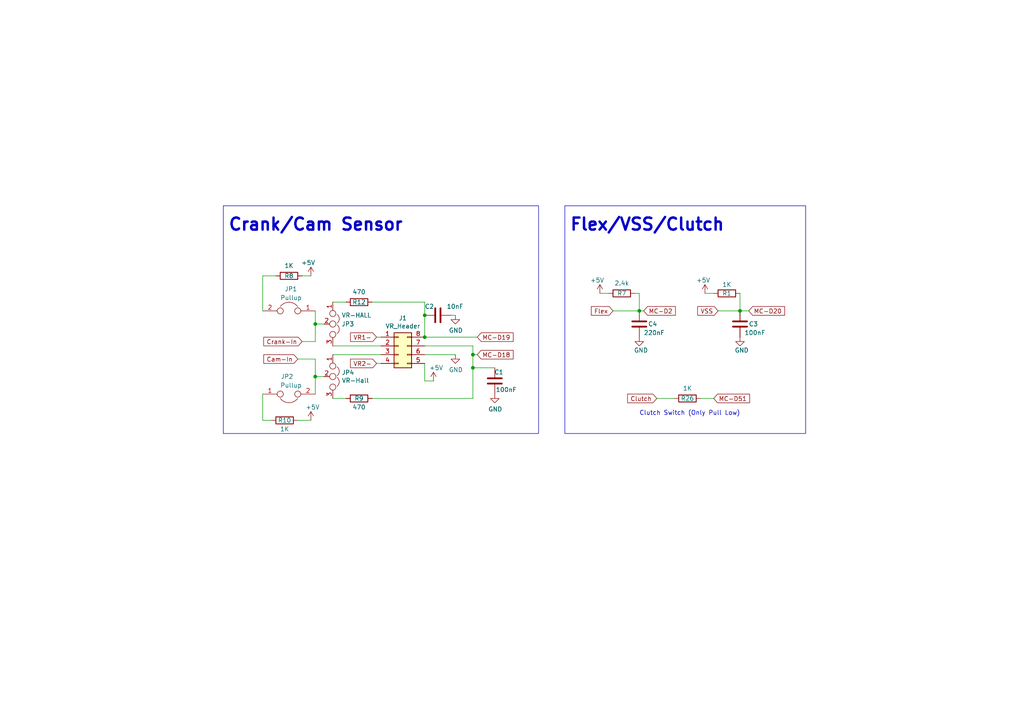
<source format=kicad_sch>
(kicad_sch (version 20231120) (generator "eeschema") (generator_version "8.0")
  (paper "A4")
  (title_block (title "Pre-Ignition X2") (date "2023-06-15") (rev "B") (company "DetonationEMS"))
  (lib_symbols
    (symbol "Connector_Generic:Conn_02x04_Counter_Clockwise" (pin_names (offset 1.016) hide)
      (property "Reference" "J" (at 1.27 5.08 0))
      (property "Value" "Conn_02x04_Counter_Clockwise" (at 1.27 -7.62 0))
      (symbol "Conn_02x04_Counter_Clockwise_1_1"
        (rectangle (start -1.27 -4.953) (end 0 -5.207) (stroke (width 0.1524)))
        (rectangle (start -1.27 -2.413) (end 0 -2.667) (stroke (width 0.1524)))
        (rectangle (start -1.27 0.127) (end 0 -0.127) (stroke (width 0.1524)))
        (rectangle (start -1.27 2.667) (end 0 2.413) (stroke (width 0.1524)))
        (rectangle (start -1.27 3.81) (end 3.81 -6.35) (stroke (width 0.254)) (fill (type background)))
        (rectangle (start 3.81 -4.953) (end 2.54 -5.207) (stroke (width 0.1524)))
        (rectangle (start 3.81 -2.413) (end 2.54 -2.667) (stroke (width 0.1524)))
        (rectangle (start 3.81 0.127) (end 2.54 -0.127) (stroke (width 0.1524)))
        (rectangle (start 3.81 2.667) (end 2.54 2.413) (stroke (width 0.1524)))
        (pin passive line (at -5.08 2.54 0) (length 3.81) (name "Pin_1") (number "1"))
        (pin passive line (at -5.08 0 0) (length 3.81) (name "Pin_2") (number "2"))
        (pin passive line (at -5.08 -2.54 0) (length 3.81) (name "Pin_3") (number "3"))
        (pin passive line (at -5.08 -5.08 0) (length 3.81) (name "Pin_4") (number "4"))
        (pin passive line (at 7.62 -5.08 180) (length 3.81) (name "Pin_5") (number "5"))
        (pin passive line (at 7.62 -2.54 180) (length 3.81) (name "Pin_6") (number "6"))
        (pin passive line (at 7.62 0 180) (length 3.81) (name "Pin_7") (number "7"))
        (pin passive line (at 7.62 2.54 180) (length 3.81) (name "Pin_8") (number "8"))
      )
    )
    (symbol "Device:C" (pin_numbers hide) (pin_names (offset 0.254))
      (property "Reference" "C" (at 0.635 2.54 0))
      (property "Value" "C" (at 0.635 -2.54 0))
      (symbol "C_0_1"
        (polyline (pts (xy -2.032 -0.762) (xy 2.032 -0.762)) (stroke (width 0.508)))
        (polyline (pts (xy -2.032 0.762) (xy 2.032 0.762)) (stroke (width 0.508)))
      )
      (symbol "C_1_1"
        (pin passive line (at 0 3.81 270) (length 2.794) (name "~") (number "1"))
        (pin passive line (at 0 -3.81 90) (length 2.794) (name "~") (number "2"))
      )
    )
    (symbol "Device:R" (pin_numbers hide) (pin_names (offset 0))
      (property "Reference" "R" (at 2.032 0 90))
      (property "Value" "R" (at 0 0 90))
      (symbol "R_0_1"
        (rectangle (start -1.016 -2.54) (end 1.016 2.54) (stroke (width 0.254)))
      )
      (symbol "R_1_1"
        (pin passive line (at 0 3.81 270) (length 1.27) (name "~") (number "1"))
        (pin passive line (at 0 -3.81 90) (length 1.27) (name "~") (number "2"))
      )
    )
    (symbol "Pre_Ignition-rescue:Jumper-Device" (pin_names (offset 0.762) hide)
      (property "Reference" "JP" (at 0 3.81 0))
      (property "Value" "Device_Jumper" (at 0 -2.032 0))
      (symbol "Jumper-Device_0_1"
        (circle (center -2.54 0) (radius 0.889))
        (arc (start 2.5146 1.27) (mid 0.0078 2.5097) (end -2.4892 1.27))
        (circle (center 2.54 0) (radius 0.889))
        (pin passive line (at -7.62 0 0) (length 4.191) (name "1") (number "1"))
        (pin passive line (at 7.62 0 180) (length 4.191) (name "2") (number "2"))
      )
    )
    (symbol "Pre_Ignition-rescue:Jumper_NC_Dual-Device" (pin_names (offset 0.762) hide)
      (property "Reference" "JP" (at 1.27 -2.54 0))
      (property "Value" "Device_Jumper_NC_Dual" (at 0 2.54 0))
      (symbol "Jumper_NC_Dual-Device_0_1"
        (circle (center -3.048 0) (radius 0.889))
        (arc (start -0.254 1.27) (mid -1.524 1.8804) (end -2.794 1.27))
        (circle (center 0 0) (radius 0.9144))
        (arc (start 2.794 1.27) (mid 1.524 1.8804) (end 0.254 1.27))
        (circle (center 3.048 0) (radius 0.889))
        (pin passive line (at -6.35 0 0) (length 2.413) (name "1") (number "1"))
        (pin passive line (at 0 -2.54 90) (length 1.524) (name "2") (number "2"))
        (pin passive line (at 6.35 0 180) (length 2.413) (name "3") (number "3"))
      )
    )
    (symbol "power:+5V" (power) (pin_names (offset 0))
      (property "Value" "+5V" (at 0 3.556 0))
      (symbol "+5V_0_1"
        (polyline (pts (xy -0.762 1.27) (xy 0 2.54)))
        (polyline (pts (xy 0 0) (xy 0 2.54)))
        (polyline (pts (xy 0 2.54) (xy 0.762 1.27)))
      )
      (symbol "+5V_1_1"
        (pin power_in line (at 0 0 90) (length 0) hide (name "+5V") (number "1"))
      )
    )
    (symbol "power:GND" (power) (pin_names (offset 0))
      (property "Value" "GND" (at 0 -3.81 0))
      (symbol "GND_0_1"
        (polyline (pts (xy 0 0) (xy 0 -1.27) (xy 1.27 -1.27) (xy 0 -2.54) (xy -1.27 -1.27) (xy 0 -1.27)))
      )
      (symbol "GND_1_1"
        (pin power_in line (at 0 0 270) (length 0) hide (name "GND") (number "1"))
      )
    )
  )
  (junction (at 91.44 109.22))
  (junction (at 123.19 97.79))
  (junction (at 185.42 90.17))
  (junction (at 91.44 93.98))
  (junction (at 123.19 91.44))
  (junction (at 137.16 106.68))
  (junction (at 137.16 102.87))
  (junction (at 214.63 90.17))
  (wire (pts (xy 137.16 102.87) (xy 137.16 106.68)))
  (wire (pts (xy 123.19 91.44) (xy 123.19 87.63)))
  (wire (pts (xy 91.44 93.98) (xy 93.98 93.98)))
  (wire (pts (xy 184.15 85.09) (xy 185.42 85.09)))
  (wire (pts (xy 76.2 121.92) (xy 76.2 114.3)))
  (wire (pts (xy 204.47 85.09) (xy 207.01 85.09)))
  (wire (pts (xy 76.2 80.01) (xy 76.2 90.17)))
  (wire (pts (xy 214.63 85.09) (xy 214.63 90.17)))
  (wire (pts (xy 208.28 90.17) (xy 214.63 90.17)))
  (wire (pts (xy 100.33 115.57) (xy 96.52 115.57)))
  (wire (pts (xy 132.08 91.44) (xy 130.81 91.44)))
  (wire (pts (xy 123.19 110.49) (xy 125.73 110.49)))
  (wire (pts (xy 123.19 110.49) (xy 123.19 105.41)))
  (wire (pts (xy 185.42 85.09) (xy 185.42 90.17)))
  (wire (pts (xy 91.44 90.17) (xy 91.44 93.98)))
  (wire (pts (xy 214.63 90.17) (xy 217.17 90.17)))
  (wire (pts (xy 91.44 109.22) (xy 93.98 109.22)))
  (wire (pts (xy 110.49 105.41) (xy 109.22 105.41)))
  (wire (pts (xy 96.52 100.33) (xy 110.49 100.33)))
  (wire (pts (xy 137.16 100.33) (xy 123.19 100.33)))
  (wire (pts (xy 137.16 106.68) (xy 137.16 115.57)))
  (wire (pts (xy 185.42 90.17) (xy 186.69 90.17)))
  (wire (pts (xy 107.95 87.63) (xy 123.19 87.63)))
  (wire (pts (xy 96.52 102.87) (xy 110.49 102.87)))
  (wire (pts (xy 87.63 80.01) (xy 90.17 80.01)))
  (wire (pts (xy 137.16 100.33) (xy 137.16 102.87)))
  (wire (pts (xy 87.63 99.06) (xy 91.44 99.06)))
  (wire (pts (xy 132.08 102.87) (xy 123.19 102.87)))
  (wire (pts (xy 137.16 106.68) (xy 143.51 106.68)))
  (wire (pts (xy 90.17 121.92) (xy 86.36 121.92)))
  (wire (pts (xy 91.44 104.14) (xy 91.44 109.22)))
  (wire (pts (xy 176.53 85.09) (xy 173.99 85.09)))
  (wire (pts (xy 91.44 99.06) (xy 91.44 93.98)))
  (wire (pts (xy 107.95 115.57) (xy 137.16 115.57)))
  (wire (pts (xy 80.01 80.01) (xy 76.2 80.01)))
  (wire (pts (xy 86.36 104.14) (xy 91.44 104.14)))
  (wire (pts (xy 78.74 121.92) (xy 76.2 121.92)))
  (wire (pts (xy 138.43 102.87) (xy 137.16 102.87)))
  (wire (pts (xy 110.49 97.79) (xy 109.22 97.79)))
  (wire (pts (xy 123.19 97.79) (xy 123.19 91.44)))
  (wire (pts (xy 91.44 109.22) (xy 91.44 114.3)))
  (wire (pts (xy 123.19 97.79) (xy 138.43 97.79)))
  (wire (pts (xy 96.52 87.63) (xy 100.33 87.63)))
  (wire (pts (xy 195.58 115.57) (xy 190.5 115.57)))
  (wire (pts (xy 177.8 90.17) (xy 185.42 90.17)))
  (wire (pts (xy 203.2 115.57) (xy 207.01 115.57)))
  (rectangle (start 163.83 59.69) (end 233.68 125.73))
  (rectangle (start 64.77 59.69) (end 156.21 125.73))
  (text "Crank/Cam Sensor" (at 66.04 67.31 0) (effects (font (size 3.5 3.5) (thickness 0.7) (bold yes)) (justify left bottom)))
  (text "Clutch Switch (Only Pull Low)" (at 185.42 120.65 0) (effects (font (size 1.27 1.27)) (justify left bottom)))
  (text "Flex/VSS/Clutch" (at 165.1 67.31 0) (effects (font (size 3.5 3.5) (thickness 0.7) (bold yes)) (justify left bottom)))
  (global_label "Flex" (shape input) (at 177.8 90.17 180) (property "Intersheetrefs" "${INTERSHEET_REFS}" (effects (hide yes))))
  (global_label "VSS" (shape input) (at 208.28 90.17 180) (property "Intersheetrefs" "${INTERSHEET_REFS}" (effects (hide yes))))
  (global_label "Cam-In" (shape input) (at 86.36 104.14 180) (property "Intersheetrefs" "${INTERSHEET_REFS}" (effects (hide yes))))
  (global_label "MC-D2" (shape input) (at 186.69 90.17 0) (property "Intersheetrefs" "${INTERSHEET_REFS}" (effects (hide yes))))
  (global_label "MC-D51" (shape input) (at 207.01 115.57 0) (property "Intersheetrefs" "${INTERSHEET_REFS}" (effects (hide yes))))
  (global_label "VR2-" (shape input) (at 109.22 105.41 180) (property "Intersheetrefs" "${INTERSHEET_REFS}" (effects (hide yes))))
  (global_label "MC-D19" (shape input) (at 138.43 97.79 0) (property "Intersheetrefs" "${INTERSHEET_REFS}" (effects (hide yes))))
  (global_label "MC-D20" (shape input) (at 217.17 90.17 0) (property "Intersheetrefs" "${INTERSHEET_REFS}" (effects (hide yes))))
  (global_label "Clutch" (shape input) (at 190.5 115.57 180) (property "Intersheetrefs" "${INTERSHEET_REFS}" (effects (hide yes))))
  (global_label "Crank-In" (shape input) (at 87.63 99.06 180) (property "Intersheetrefs" "${INTERSHEET_REFS}" (effects (hide yes))))
  (global_label "VR1-" (shape input) (at 109.22 97.79 180) (property "Intersheetrefs" "${INTERSHEET_REFS}" (effects (hide yes))))
  (global_label "MC-D18" (shape input) (at 138.43 102.87 0) (property "Intersheetrefs" "${INTERSHEET_REFS}" (effects (hide yes))))
  (symbol (lib_id "Device:R") (at 199.39 115.57 270) (unit 1)
    (property "Reference" "R26" (at 199.39 115.57 90))
    (property "Value" "1K" (at 199.39 112.6236 90))
    (property "Footprint" "Resistor_SMD:R_0603_1608Metric" (effects (hide yes)))
    (property "LCSC" "C21190" (effects (hide yes)))
  )
  (symbol (lib_id "Device:R") (at 83.82 80.01 90) (mirror x) (unit 1)
    (property "Reference" "R8" (at 83.82 80.01 90))
    (property "Value" "1K" (at 83.82 77.0636 90))
    (property "Footprint" "Resistor_SMD:R_0603_1608Metric" (effects (hide yes)))
    (property "LCSC" "C21190" (effects (hide yes)))
  )
  (symbol (lib_id "Device:C") (at 143.51 110.49 180) (unit 1)
    (property "Reference" "C1" (at 146.05 107.95 0) (effects (justify left)))
    (property "Value" "100nF" (at 149.86 113.03 0) (effects (justify left)))
    (property "Footprint" "Capacitor_SMD:C_0603_1608Metric" (effects (hide yes)))
    (property "LCSC" "C14663" (effects (hide yes)))
  )
  (symbol (lib_id "Pre_Ignition-rescue:Jumper_NC_Dual-Device") (at 96.52 93.98 270) (unit 1)
    (property "Reference" "JP3" (at 99.06 93.98 90) (effects (justify left)))
    (property "Value" "VR-HALL" (at 99.06 91.44 90) (effects (justify left)))
    (property "Footprint" "Misc:3x1-GPIO" (effects (hide yes)))
  )
  (symbol (lib_id "Pre_Ignition-rescue:Jumper_NC_Dual-Device") (at 96.52 109.22 270) (unit 1)
    (property "Reference" "JP4" (at 99.1108 108.0516 90) (effects (justify left)))
    (property "Value" "VR-Hall" (at 99.1108 110.363 90) (effects (justify left)))
    (property "Footprint" "Misc:3x1-GPIO" (effects (hide yes)))
  )
  (symbol (lib_id "Device:C") (at 185.42 93.98 0) (unit 1)
    (property "Reference" "C4" (at 187.96 93.98 0) (effects (justify left)))
    (property "Value" "220nF" (at 186.69 96.52 0) (effects (justify left)))
    (property "Footprint" "Capacitor_SMD:C_0603_1608Metric" (effects (hide yes)))
    (property "LCSC" "C5378 " (effects (hide yes)))
  )
  (symbol (lib_id "power:+5V") (at 125.73 110.49 0) (unit 1)
    (property "Reference" "#PWR031" (effects (hide yes)))
    (property "Value" "+5V" (at 124.46 106.68 0) (effects (justify left)))
  )
  (symbol (lib_id "power:+5V") (at 90.17 80.01 0) (mirror y) (unit 1)
    (property "Reference" "#PWR017" (effects (hide yes)))
    (property "Value" "+5V" (at 91.44 76.2 0) (effects (justify left)))
  )
  (symbol (lib_id "Pre_Ignition-rescue:Jumper-Device") (at 83.82 90.17 0) (mirror y) (unit 1)
    (property "Reference" "JP1" (at 82.55 83.82 0) (effects (justify right)))
    (property "Value" "Pullup" (at 81.28 86.36 0) (effects (justify right)))
    (property "Footprint" "Detonation:1x02-Proto" (effects (hide yes)))
  )
  (symbol (lib_id "power:+5V") (at 90.17 121.92 0) (mirror y) (unit 1)
    (property "Reference" "#PWR018" (effects (hide yes)))
    (property "Value" "+5V" (at 92.71 118.11 0) (effects (justify left)))
  )
  (symbol (lib_id "Device:C") (at 214.63 93.98 0) (unit 1)
    (property "Reference" "C3" (at 217.17 93.98 0) (effects (justify left)))
    (property "Value" "100nF" (at 215.9 96.52 0) (effects (justify left)))
    (property "Footprint" "Capacitor_SMD:C_0603_1608Metric" (effects (hide yes)))
    (property "LCSC" "C14663" (effects (hide yes)))
  )
  (symbol (lib_id "power:GND") (at 185.42 97.79 0) (unit 1)
    (property "Reference" "#PWR027" (effects (hide yes)))
    (property "Value" "GND" (at 187.96 101.6 0) (effects (justify right)))
  )
  (symbol (lib_id "power:+5V") (at 173.99 85.09 0) (mirror y) (unit 1)
    (property "Reference" "#PWR028" (effects (hide yes)))
    (property "Value" "+5V" (at 175.26 81.28 0) (effects (justify left)))
  )
  (symbol (lib_id "Device:R") (at 180.34 85.09 90) (mirror x) (unit 1)
    (property "Reference" "R7" (at 180.34 85.09 90))
    (property "Value" "2.4k" (at 180.34 82.1436 90))
    (property "Footprint" "Resistor_SMD:R_0603_1608Metric" (effects (hide yes)))
    (property "LCSC" "C22940" (effects (hide yes)))
  )
  (symbol (lib_id "Device:C") (at 127 91.44 270) (unit 1)
    (property "Reference" "C2" (at 123.19 88.9 90) (effects (justify left)))
    (property "Value" "10nF" (at 129.54 88.9 90) (effects (justify left)))
    (property "Footprint" "Capacitor_SMD:C_0603_1608Metric" (effects (hide yes)))
    (property "LCSC" "C57112" (effects (hide yes)))
  )
  (symbol (lib_id "Device:R") (at 104.14 115.57 270) (unit 1)
    (property "Reference" "R9" (at 104.14 115.57 90))
    (property "Value" "470" (at 104.14 118.11 90))
    (property "Footprint" "Resistor_SMD:R_0603_1608Metric" (effects (hide yes)))
    (property "LCSC" "C23179" (effects (hide yes)))
  )
  (symbol (lib_id "power:GND") (at 132.08 91.44 0) (unit 1)
    (property "Reference" "#PWR034" (effects (hide yes)))
    (property "Value" "GND" (at 132.207 95.8342 0))
  )
  (symbol (lib_id "power:GND") (at 132.08 102.87 0) (unit 1)
    (property "Reference" "#PWR033" (effects (hide yes)))
    (property "Value" "GND" (at 132.207 107.2642 0))
  )
  (symbol (lib_id "power:GND") (at 143.51 114.3 0) (unit 1)
    (property "Reference" "#PWR035" (effects (hide yes)))
    (property "Value" "GND" (at 143.637 118.6942 0))
  )
  (symbol (lib_id "Connector_Generic:Conn_02x04_Counter_Clockwise") (at 115.57 100.33 0) (unit 1)
    (property "Reference" "J1" (at 116.84 92.2782 0))
    (property "Value" "VR_Header" (at 116.84 94.5896 0))
    (property "Footprint" "Misc:DIP-8_W7.62mm_Socket_VRConditioner" (effects (hide yes)))
  )
  (symbol (lib_id "Device:R") (at 82.55 121.92 90) (mirror x) (unit 1)
    (property "Reference" "R10" (at 82.55 121.92 90))
    (property "Value" "1K" (at 82.55 124.46 90))
    (property "Footprint" "Resistor_SMD:R_0603_1608Metric" (effects (hide yes)))
    (property "LCSC" "C21190" (effects (hide yes)))
  )
  (symbol (lib_id "power:GND") (at 214.63 97.79 0) (unit 1)
    (property "Reference" "#PWR030" (effects (hide yes)))
    (property "Value" "GND" (at 217.17 101.6 0) (effects (justify right)))
  )
  (symbol (lib_id "Device:R") (at 210.82 85.09 90) (unit 1)
    (property "Reference" "R1" (at 210.82 85.09 90))
    (property "Value" "1K" (at 210.82 82.55 90))
    (property "Footprint" "Resistor_SMD:R_0603_1608Metric" (effects (hide yes)))
    (property "LCSC" "C21190" (effects (hide yes)))
  )
  (symbol (lib_id "Device:R") (at 104.14 87.63 270) (unit 1)
    (property "Reference" "R12" (at 104.14 87.63 90))
    (property "Value" "470" (at 104.14 84.6836 90))
    (property "Footprint" "Resistor_SMD:R_0603_1608Metric" (effects (hide yes)))
    (property "LCSC" "C23179" (effects (hide yes)))
  )
  (symbol (lib_id "power:+5V") (at 204.47 85.09 0) (unit 1)
    (property "Reference" "#PWR032" (effects (hide yes)))
    (property "Value" "+5V" (at 201.93 81.28 0) (effects (justify left)))
  )
  (symbol (lib_id "Pre_Ignition-rescue:Jumper-Device") (at 83.82 114.3 0) (mirror x) (unit 1)
    (property "Reference" "JP2" (at 85.09 109.22 0) (effects (justify right)))
    (property "Value" "Pullup" (at 81.28 111.76 0) (effects (justify left)))
    (property "Footprint" "Detonation:1x02-Proto" (effects (hide yes)))
  )
)
</source>
